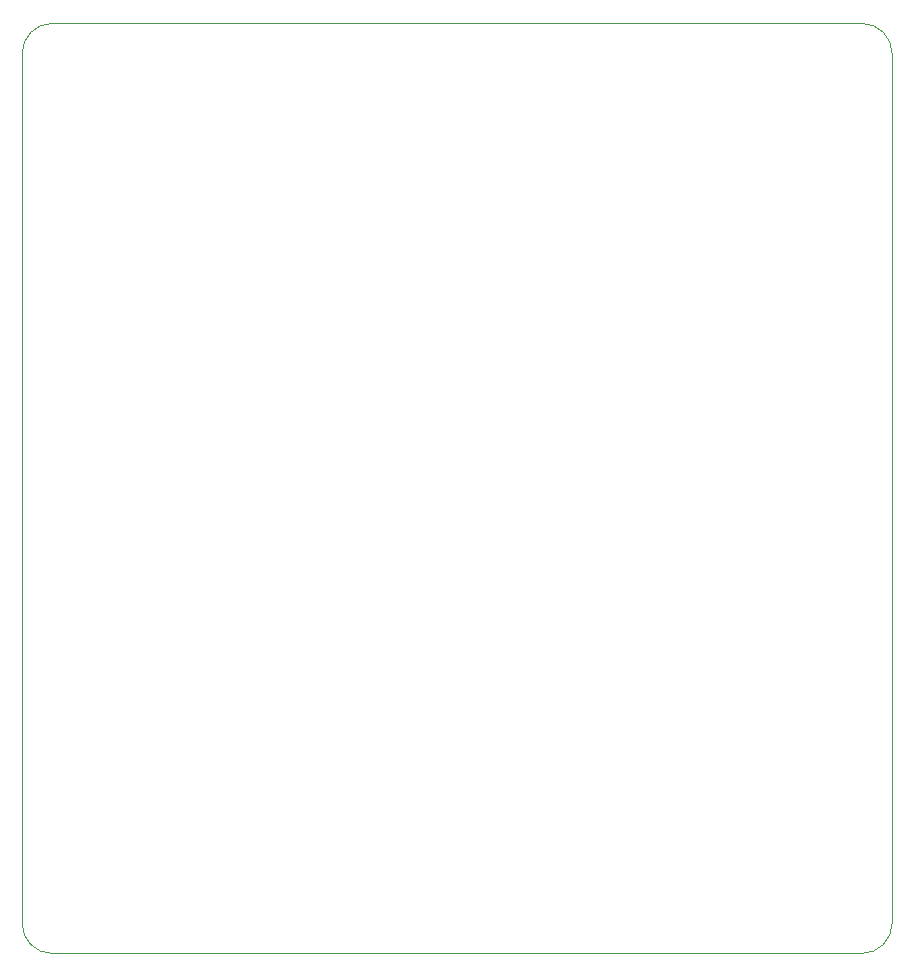
<source format=gbr>
%TF.GenerationSoftware,KiCad,Pcbnew,7.0.10*%
%TF.CreationDate,2024-02-19T19:24:59+01:00*%
%TF.ProjectId,lightning_detector,6c696768-746e-4696-9e67-5f6465746563,rev?*%
%TF.SameCoordinates,Original*%
%TF.FileFunction,Profile,NP*%
%FSLAX46Y46*%
G04 Gerber Fmt 4.6, Leading zero omitted, Abs format (unit mm)*
G04 Created by KiCad (PCBNEW 7.0.10) date 2024-02-19 19:24:59*
%MOMM*%
%LPD*%
G01*
G04 APERTURE LIST*
%TA.AperFunction,Profile*%
%ADD10C,0.050000*%
%TD*%
G04 APERTURE END LIST*
D10*
X101600000Y-20320000D02*
G75*
G03*
X99060000Y-17780000I-2540000J0D01*
G01*
X101600000Y-93980000D02*
X101600000Y-20320000D01*
X27940000Y-20320000D02*
X27940000Y-93980000D01*
X30480000Y-96520000D02*
X99060000Y-96520000D01*
X30480000Y-17780000D02*
G75*
G03*
X27940000Y-20320000I0J-2540000D01*
G01*
X27940000Y-93980000D02*
G75*
G03*
X30480000Y-96520000I2540000J0D01*
G01*
X99060000Y-17780000D02*
X30480000Y-17780000D01*
X99060000Y-96520000D02*
G75*
G03*
X101600000Y-93980000I0J2540000D01*
G01*
M02*

</source>
